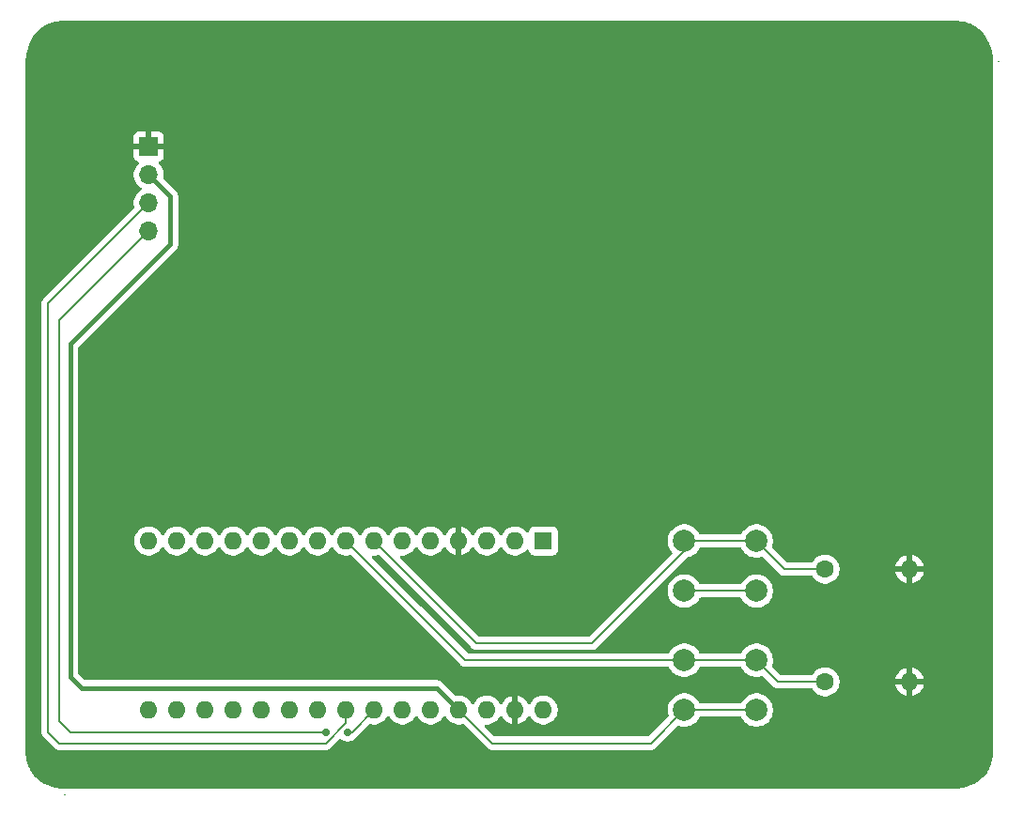
<source format=gbr>
%TF.GenerationSoftware,KiCad,Pcbnew,9.0.0*%
%TF.CreationDate,2025-05-12T01:14:56+07:00*%
%TF.ProjectId,bittheater,62697474-6865-4617-9465-722e6b696361,rev?*%
%TF.SameCoordinates,Original*%
%TF.FileFunction,Copper,L1,Top*%
%TF.FilePolarity,Positive*%
%FSLAX46Y46*%
G04 Gerber Fmt 4.6, Leading zero omitted, Abs format (unit mm)*
G04 Created by KiCad (PCBNEW 9.0.0) date 2025-05-12 01:14:56*
%MOMM*%
%LPD*%
G01*
G04 APERTURE LIST*
%ADD10C,0.200000*%
%TA.AperFunction,ComponentPad*%
%ADD11C,2.000000*%
%TD*%
%TA.AperFunction,ComponentPad*%
%ADD12R,1.600000X1.600000*%
%TD*%
%TA.AperFunction,ComponentPad*%
%ADD13O,1.600000X1.600000*%
%TD*%
%TA.AperFunction,ComponentPad*%
%ADD14C,1.600000*%
%TD*%
%TA.AperFunction,ComponentPad*%
%ADD15R,1.700000X1.700000*%
%TD*%
%TA.AperFunction,ComponentPad*%
%ADD16O,1.700000X1.700000*%
%TD*%
%TA.AperFunction,ViaPad*%
%ADD17C,0.700000*%
%TD*%
%TA.AperFunction,Conductor*%
%ADD18C,0.200000*%
%TD*%
%TA.AperFunction,Conductor*%
%ADD19C,0.400000*%
%TD*%
G04 APERTURE END LIST*
D10*
X175650000Y-68500000D02*
X175650000Y-68500000D01*
X91500000Y-134620000D02*
X91500000Y-134620000D01*
D11*
%TO.P,SELECT,1,1*%
%TO.N,Net-(A1-D4)*%
X147320000Y-111760000D03*
X153820000Y-111760000D03*
%TO.P,SELECT,2,2*%
%TO.N,+5V*%
X147320000Y-116260000D03*
X153820000Y-116260000D03*
%TD*%
D12*
%TO.P,NANO,1,D1/TX*%
%TO.N,unconnected-(A1-D1{slash}TX-Pad1)*%
X134620000Y-111760000D03*
D13*
%TO.P,NANO,2,D0/RX*%
%TO.N,unconnected-(A1-D0{slash}RX-Pad2)*%
X132080000Y-111760000D03*
%TO.P,NANO,3,~{RESET}*%
%TO.N,unconnected-(A1-~{RESET}-Pad3)*%
X129540000Y-111760000D03*
%TO.P,NANO,4,GND*%
%TO.N,GND*%
X127000000Y-111760000D03*
%TO.P,NANO,5,D2*%
%TO.N,unconnected-(A1-D2-Pad5)*%
X124460000Y-111760000D03*
%TO.P,NANO,6,D3*%
%TO.N,unconnected-(A1-D3-Pad6)*%
X121920000Y-111760000D03*
%TO.P,NANO,7,D4*%
%TO.N,Net-(A1-D4)*%
X119380000Y-111760000D03*
%TO.P,NANO,8,D5*%
%TO.N,Net-(A1-D5)*%
X116840000Y-111760000D03*
%TO.P,NANO,9,D6*%
%TO.N,unconnected-(A1-D6-Pad9)*%
X114300000Y-111760000D03*
%TO.P,NANO,10,D7*%
%TO.N,unconnected-(A1-D7-Pad10)*%
X111760000Y-111760000D03*
%TO.P,NANO,11,D8*%
%TO.N,unconnected-(A1-D8-Pad11)*%
X109220000Y-111760000D03*
%TO.P,NANO,12,D9*%
%TO.N,unconnected-(A1-D9-Pad12)*%
X106680000Y-111760000D03*
%TO.P,NANO,13,D10*%
%TO.N,unconnected-(A1-D10-Pad13)*%
X104140000Y-111760000D03*
%TO.P,NANO,14,D11*%
%TO.N,unconnected-(A1-D11-Pad14)*%
X101600000Y-111760000D03*
%TO.P,NANO,15,D12*%
%TO.N,unconnected-(A1-D12-Pad15)*%
X99060000Y-111760000D03*
%TO.P,NANO,16,D13*%
%TO.N,unconnected-(A1-D13-Pad16)*%
X99060000Y-127000000D03*
%TO.P,NANO,17,3V3*%
%TO.N,unconnected-(A1-3V3-Pad17)*%
X101600000Y-127000000D03*
%TO.P,NANO,18,AREF*%
%TO.N,unconnected-(A1-AREF-Pad18)*%
X104140000Y-127000000D03*
%TO.P,NANO,19,A0*%
%TO.N,unconnected-(A1-A0-Pad19)*%
X106680000Y-127000000D03*
%TO.P,NANO,20,A1*%
%TO.N,unconnected-(A1-A1-Pad20)*%
X109220000Y-127000000D03*
%TO.P,NANO,21,A2*%
%TO.N,unconnected-(A1-A2-Pad21)*%
X111760000Y-127000000D03*
%TO.P,NANO,22,A3*%
%TO.N,unconnected-(A1-A3-Pad22)*%
X114300000Y-127000000D03*
%TO.P,NANO,23,A4*%
%TO.N,Net-(A1-A4)*%
X116840000Y-127000000D03*
%TO.P,NANO,24,A5*%
%TO.N,Net-(A1-A5)*%
X119380000Y-127000000D03*
%TO.P,NANO,25,A6*%
%TO.N,unconnected-(A1-A6-Pad25)*%
X121920000Y-127000000D03*
%TO.P,NANO,26,A7*%
%TO.N,unconnected-(A1-A7-Pad26)*%
X124460000Y-127000000D03*
%TO.P,NANO,27,+5V*%
%TO.N,+5V*%
X127000000Y-127000000D03*
%TO.P,NANO,28,~{RESET}*%
%TO.N,unconnected-(A1-~{RESET}-Pad28)*%
X129540000Y-127000000D03*
%TO.P,NANO,29,GND*%
%TO.N,GND*%
X132080000Y-127000000D03*
%TO.P,NANO,30,VIN*%
%TO.N,unconnected-(A1-VIN-Pad30)*%
X134620000Y-127000000D03*
%TD*%
D14*
%TO.P,10K,1*%
%TO.N,Net-(A1-D5)*%
X160020000Y-124460000D03*
D13*
%TO.P,10K,2*%
%TO.N,GND*%
X167640000Y-124460000D03*
%TD*%
D14*
%TO.P,10K,1*%
%TO.N,Net-(A1-D4)*%
X160020000Y-114300000D03*
D13*
%TO.P,10K,2*%
%TO.N,GND*%
X167640000Y-114300000D03*
%TD*%
D15*
%TO.P,I2C Pins,1,GND*%
%TO.N,GND*%
X99060000Y-76200000D03*
D16*
%TO.P,I2C Pins,2,VCC*%
%TO.N,+5V*%
X99060000Y-78740000D03*
%TO.P,I2C Pins,3,SDA*%
%TO.N,Net-(A1-A4)*%
X99060000Y-81280000D03*
%TO.P,I2C Pins,4,SCL*%
%TO.N,Net-(A1-A5)*%
X99060000Y-83820000D03*
%TD*%
D11*
%TO.P,START,1,1*%
%TO.N,Net-(A1-D5)*%
X147320000Y-122500000D03*
X153820000Y-122500000D03*
%TO.P,START,2,2*%
%TO.N,+5V*%
X147320000Y-127000000D03*
X153820000Y-127000000D03*
%TD*%
D17*
%TO.N,Net-(A1-A5)*%
X115000000Y-129000000D03*
X117000000Y-129000000D03*
%TD*%
D18*
%TO.N,Net-(A1-D4)*%
X128620000Y-121000000D02*
X119380000Y-111760000D01*
X147320000Y-111760000D02*
X147320000Y-112680000D01*
X160020000Y-114300000D02*
X156360000Y-114300000D01*
X153820000Y-111760000D02*
X147320000Y-111760000D01*
X139000000Y-121000000D02*
X128620000Y-121000000D01*
X156360000Y-114300000D02*
X153820000Y-111760000D01*
X147320000Y-112680000D02*
X139000000Y-121000000D01*
%TO.N,Net-(A1-A5)*%
X92000000Y-129000000D02*
X91000000Y-128000000D01*
X117380000Y-129000000D02*
X117000000Y-129000000D01*
X115000000Y-129000000D02*
X92000000Y-129000000D01*
X91000000Y-128000000D02*
X91000000Y-91880000D01*
X91000000Y-91880000D02*
X99060000Y-83820000D01*
X119380000Y-127000000D02*
X117380000Y-129000000D01*
%TO.N,+5V*%
X144320000Y-130000000D02*
X147320000Y-127000000D01*
D19*
X93000000Y-125000000D02*
X92000000Y-124000000D01*
D18*
X127000000Y-127000000D02*
X130000000Y-130000000D01*
X147320000Y-127000000D02*
X153820000Y-127000000D01*
D19*
X125000000Y-125000000D02*
X93000000Y-125000000D01*
D18*
X130000000Y-130000000D02*
X144320000Y-130000000D01*
D19*
X101000000Y-80680000D02*
X99060000Y-78740000D01*
D18*
X147320000Y-116260000D02*
X153820000Y-116260000D01*
D19*
X101000000Y-85000000D02*
X101000000Y-80680000D01*
X127000000Y-127000000D02*
X125000000Y-125000000D01*
X92000000Y-94000000D02*
X101000000Y-85000000D01*
X92000000Y-124000000D02*
X92000000Y-94000000D01*
D18*
%TO.N,Net-(A1-D5)*%
X160020000Y-124460000D02*
X155780000Y-124460000D01*
X147320000Y-122500000D02*
X127580000Y-122500000D01*
X155780000Y-124460000D02*
X153820000Y-122500000D01*
X153820000Y-122500000D02*
X147320000Y-122500000D01*
X127580000Y-122500000D02*
X116840000Y-111760000D01*
%TO.N,Net-(A1-A4)*%
X91000000Y-130000000D02*
X90000000Y-129000000D01*
X90000000Y-90340000D02*
X99060000Y-81280000D01*
X90000000Y-129000000D02*
X90000000Y-90340000D01*
X115000000Y-130000000D02*
X91000000Y-130000000D01*
X116840000Y-128160000D02*
X115000000Y-130000000D01*
X116840000Y-127000000D02*
X116840000Y-128160000D01*
%TD*%
%TA.AperFunction,Conductor*%
%TO.N,GND*%
G36*
X171596096Y-64850526D02*
G01*
X171601729Y-64850642D01*
X171815009Y-64855051D01*
X171820240Y-64855271D01*
X172022269Y-64868089D01*
X172027691Y-64868554D01*
X172219833Y-64889314D01*
X172225431Y-64890048D01*
X172407671Y-64918228D01*
X172413435Y-64919261D01*
X172587160Y-64954600D01*
X172593033Y-64955944D01*
X172749790Y-64995850D01*
X172758699Y-64998476D01*
X172954626Y-65064327D01*
X173072015Y-65103781D01*
X173083979Y-65108506D01*
X173148068Y-65137745D01*
X173361902Y-65235302D01*
X173373599Y-65241412D01*
X173627298Y-65391604D01*
X173638394Y-65399006D01*
X173871164Y-65573089D01*
X173881349Y-65581592D01*
X174023494Y-65713805D01*
X174095713Y-65780977D01*
X174104761Y-65790325D01*
X174302193Y-66016970D01*
X174309967Y-66026866D01*
X174490845Y-66282878D01*
X174497305Y-66293035D01*
X174521147Y-66334873D01*
X174660846Y-66580018D01*
X174666036Y-66590188D01*
X174810438Y-66908527D01*
X174814459Y-66918524D01*
X174936988Y-67266091D01*
X174939970Y-67275802D01*
X175037112Y-67645462D01*
X175039196Y-67654861D01*
X175106992Y-68028859D01*
X175108298Y-68037990D01*
X175143444Y-68371746D01*
X175144017Y-68379544D01*
X175149391Y-68507872D01*
X175149500Y-68513060D01*
X175149500Y-130563643D01*
X175149474Y-130566176D01*
X175144940Y-130788120D01*
X175144723Y-130793345D01*
X175131878Y-130998238D01*
X175131420Y-131003649D01*
X175131420Y-131003650D01*
X175110608Y-131198499D01*
X175109885Y-131204070D01*
X175081655Y-131388709D01*
X175080643Y-131394425D01*
X175045245Y-131570371D01*
X175043926Y-131576197D01*
X175002036Y-131742528D01*
X175000390Y-131748441D01*
X174951822Y-131907577D01*
X174949839Y-131913531D01*
X174898353Y-132055978D01*
X174894739Y-132064883D01*
X174764850Y-132352370D01*
X174758801Y-132364060D01*
X174609212Y-132619044D01*
X174601857Y-132630166D01*
X174428903Y-132863367D01*
X174420417Y-132873611D01*
X174222860Y-133087613D01*
X174213497Y-133096739D01*
X173989496Y-133293141D01*
X173979548Y-133301001D01*
X173727136Y-133480268D01*
X173716891Y-133486813D01*
X173434543Y-133648277D01*
X173424257Y-133653539D01*
X173111758Y-133795444D01*
X173101621Y-133799519D01*
X172761373Y-133919158D01*
X172751502Y-133922173D01*
X172391026Y-134016088D01*
X172381451Y-134018183D01*
X172019828Y-134082420D01*
X172010509Y-134083713D01*
X171695702Y-134115270D01*
X171688037Y-134115799D01*
X171601869Y-134119069D01*
X171592860Y-134119411D01*
X171588162Y-134119500D01*
X91511838Y-134119500D01*
X91507139Y-134119411D01*
X91497752Y-134119054D01*
X91411962Y-134115799D01*
X91404297Y-134115270D01*
X91089490Y-134083713D01*
X91080170Y-134082420D01*
X90718542Y-134018181D01*
X90708968Y-134016087D01*
X90348496Y-133922174D01*
X90338626Y-133919158D01*
X89998365Y-133799515D01*
X89988227Y-133795440D01*
X89675738Y-133653539D01*
X89665452Y-133648277D01*
X89383114Y-133486819D01*
X89372874Y-133480277D01*
X89120450Y-133301001D01*
X89110502Y-133293141D01*
X88886497Y-133096736D01*
X88877134Y-133087609D01*
X88681420Y-132875602D01*
X88679568Y-132873595D01*
X88671107Y-132863383D01*
X88498140Y-132630165D01*
X88490792Y-132619055D01*
X88341194Y-132364053D01*
X88335146Y-132352363D01*
X88205259Y-132064883D01*
X88201645Y-132055978D01*
X88150159Y-131913531D01*
X88148176Y-131907577D01*
X88099608Y-131748441D01*
X88097969Y-131742555D01*
X88056075Y-131576212D01*
X88054756Y-131570386D01*
X88040808Y-131501059D01*
X88019348Y-131394394D01*
X88018345Y-131388726D01*
X87990107Y-131204029D01*
X87989394Y-131198536D01*
X87968577Y-131003639D01*
X87968120Y-130998238D01*
X87955274Y-130793321D01*
X87955059Y-130788144D01*
X87950526Y-130566176D01*
X87950500Y-130563644D01*
X87950500Y-129079054D01*
X89399498Y-129079054D01*
X89440423Y-129231785D01*
X89469358Y-129281900D01*
X89469359Y-129281904D01*
X89469360Y-129281904D01*
X89516284Y-129363181D01*
X89519479Y-129368714D01*
X89519481Y-129368717D01*
X89638349Y-129487585D01*
X89638354Y-129487589D01*
X90631284Y-130480520D01*
X90631286Y-130480521D01*
X90631290Y-130480524D01*
X90768209Y-130559573D01*
X90768216Y-130559577D01*
X90920943Y-130600501D01*
X90920945Y-130600501D01*
X91086654Y-130600501D01*
X91086670Y-130600500D01*
X114913331Y-130600500D01*
X114913347Y-130600501D01*
X114920943Y-130600501D01*
X115079054Y-130600501D01*
X115079057Y-130600501D01*
X115231785Y-130559577D01*
X115242664Y-130553295D01*
X115283260Y-130529858D01*
X115283261Y-130529857D01*
X115368716Y-130480520D01*
X115480520Y-130368716D01*
X115480520Y-130368714D01*
X115490724Y-130358511D01*
X115490728Y-130358506D01*
X116235543Y-129613690D01*
X116296864Y-129580207D01*
X116366556Y-129585191D01*
X116410903Y-129613692D01*
X116457837Y-129660626D01*
X116550494Y-129722537D01*
X116597137Y-129753703D01*
X116751918Y-129817816D01*
X116916228Y-129850499D01*
X116916232Y-129850500D01*
X116916233Y-129850500D01*
X117083768Y-129850500D01*
X117083769Y-129850499D01*
X117248082Y-129817816D01*
X117402863Y-129753703D01*
X117542162Y-129660626D01*
X117660626Y-129542162D01*
X117660633Y-129542151D01*
X117663122Y-129539119D01*
X117696983Y-129510387D01*
X117748716Y-129480520D01*
X117860520Y-129368716D01*
X117860520Y-129368714D01*
X117870724Y-129358511D01*
X117870728Y-129358506D01*
X118935158Y-128294075D01*
X118996479Y-128260592D01*
X119061151Y-128263825D01*
X119075466Y-128268477D01*
X119277648Y-128300500D01*
X119277649Y-128300500D01*
X119482351Y-128300500D01*
X119482352Y-128300500D01*
X119684534Y-128268477D01*
X119879219Y-128205220D01*
X120061610Y-128112287D01*
X120154590Y-128044732D01*
X120227213Y-127991971D01*
X120227215Y-127991968D01*
X120227219Y-127991966D01*
X120371966Y-127847219D01*
X120371968Y-127847215D01*
X120371971Y-127847213D01*
X120492284Y-127681614D01*
X120492286Y-127681611D01*
X120492287Y-127681610D01*
X120539516Y-127588917D01*
X120587489Y-127538123D01*
X120655310Y-127521328D01*
X120721445Y-127543865D01*
X120760483Y-127588917D01*
X120800883Y-127668205D01*
X120807715Y-127681614D01*
X120928028Y-127847213D01*
X121072786Y-127991971D01*
X121227749Y-128104556D01*
X121238390Y-128112287D01*
X121354607Y-128171503D01*
X121420776Y-128205218D01*
X121420778Y-128205218D01*
X121420781Y-128205220D01*
X121444695Y-128212990D01*
X121615465Y-128268477D01*
X121709318Y-128283342D01*
X121817648Y-128300500D01*
X121817649Y-128300500D01*
X122022351Y-128300500D01*
X122022352Y-128300500D01*
X122224534Y-128268477D01*
X122419219Y-128205220D01*
X122601610Y-128112287D01*
X122694590Y-128044732D01*
X122767213Y-127991971D01*
X122767215Y-127991968D01*
X122767219Y-127991966D01*
X122911966Y-127847219D01*
X122911968Y-127847215D01*
X122911971Y-127847213D01*
X123032284Y-127681614D01*
X123032286Y-127681611D01*
X123032287Y-127681610D01*
X123079516Y-127588917D01*
X123127489Y-127538123D01*
X123195310Y-127521328D01*
X123261445Y-127543865D01*
X123300483Y-127588917D01*
X123340883Y-127668205D01*
X123347715Y-127681614D01*
X123468028Y-127847213D01*
X123612786Y-127991971D01*
X123767749Y-128104556D01*
X123778390Y-128112287D01*
X123894607Y-128171503D01*
X123960776Y-128205218D01*
X123960778Y-128205218D01*
X123960781Y-128205220D01*
X123984695Y-128212990D01*
X124155465Y-128268477D01*
X124249318Y-128283342D01*
X124357648Y-128300500D01*
X124357649Y-128300500D01*
X124562351Y-128300500D01*
X124562352Y-128300500D01*
X124764534Y-128268477D01*
X124959219Y-128205220D01*
X125141610Y-128112287D01*
X125234590Y-128044732D01*
X125307213Y-127991971D01*
X125307215Y-127991968D01*
X125307219Y-127991966D01*
X125451966Y-127847219D01*
X125451968Y-127847215D01*
X125451971Y-127847213D01*
X125572284Y-127681614D01*
X125572286Y-127681611D01*
X125572287Y-127681610D01*
X125619516Y-127588917D01*
X125667489Y-127538123D01*
X125735310Y-127521328D01*
X125801445Y-127543865D01*
X125840483Y-127588917D01*
X125880883Y-127668205D01*
X125887715Y-127681614D01*
X126008028Y-127847213D01*
X126152786Y-127991971D01*
X126307749Y-128104556D01*
X126318390Y-128112287D01*
X126434607Y-128171503D01*
X126500776Y-128205218D01*
X126500778Y-128205218D01*
X126500781Y-128205220D01*
X126524695Y-128212990D01*
X126695465Y-128268477D01*
X126789318Y-128283342D01*
X126897648Y-128300500D01*
X126897649Y-128300500D01*
X127102351Y-128300500D01*
X127102352Y-128300500D01*
X127304534Y-128268477D01*
X127318842Y-128263827D01*
X127388682Y-128261831D01*
X127444841Y-128294076D01*
X129631284Y-130480520D01*
X129631286Y-130480521D01*
X129631290Y-130480524D01*
X129768209Y-130559573D01*
X129768216Y-130559577D01*
X129920943Y-130600501D01*
X129920945Y-130600501D01*
X130086654Y-130600501D01*
X130086670Y-130600500D01*
X144233331Y-130600500D01*
X144233347Y-130600501D01*
X144240943Y-130600501D01*
X144399054Y-130600501D01*
X144399057Y-130600501D01*
X144551785Y-130559577D01*
X144562664Y-130553295D01*
X144603260Y-130529858D01*
X144603261Y-130529857D01*
X144688716Y-130480520D01*
X144800520Y-130368716D01*
X144800520Y-130368714D01*
X144810724Y-130358511D01*
X144810728Y-130358506D01*
X146716437Y-128452796D01*
X146777758Y-128419313D01*
X146842433Y-128422547D01*
X146968632Y-128463553D01*
X147054803Y-128477201D01*
X147201903Y-128500500D01*
X147201908Y-128500500D01*
X147438097Y-128500500D01*
X147671368Y-128463553D01*
X147713892Y-128449736D01*
X147895992Y-128390568D01*
X148106433Y-128283343D01*
X148297510Y-128144517D01*
X148464517Y-127977510D01*
X148603343Y-127786433D01*
X148663583Y-127668204D01*
X148711558Y-127617409D01*
X148774068Y-127600500D01*
X152365932Y-127600500D01*
X152432971Y-127620185D01*
X152476416Y-127668203D01*
X152536657Y-127786433D01*
X152675483Y-127977510D01*
X152842490Y-128144517D01*
X153033567Y-128283343D01*
X153054634Y-128294077D01*
X153244003Y-128390566D01*
X153244005Y-128390566D01*
X153244008Y-128390568D01*
X153318608Y-128414807D01*
X153468631Y-128463553D01*
X153701903Y-128500500D01*
X153701908Y-128500500D01*
X153938097Y-128500500D01*
X154171368Y-128463553D01*
X154213892Y-128449736D01*
X154395992Y-128390568D01*
X154606433Y-128283343D01*
X154797510Y-128144517D01*
X154964517Y-127977510D01*
X155103343Y-127786433D01*
X155210568Y-127575992D01*
X155283553Y-127351368D01*
X155308637Y-127192993D01*
X155320500Y-127118097D01*
X155320500Y-126881902D01*
X155283553Y-126648631D01*
X155235513Y-126500781D01*
X155210568Y-126424008D01*
X155210566Y-126424005D01*
X155210566Y-126424003D01*
X155103342Y-126213566D01*
X154964517Y-126022490D01*
X154797510Y-125855483D01*
X154606433Y-125716657D01*
X154574723Y-125700500D01*
X154395996Y-125609433D01*
X154171368Y-125536446D01*
X153938097Y-125499500D01*
X153938092Y-125499500D01*
X153701908Y-125499500D01*
X153701903Y-125499500D01*
X153468631Y-125536446D01*
X153244003Y-125609433D01*
X153033566Y-125716657D01*
X152959841Y-125770222D01*
X152842490Y-125855483D01*
X152842488Y-125855485D01*
X152842487Y-125855485D01*
X152675485Y-126022487D01*
X152675485Y-126022488D01*
X152675483Y-126022490D01*
X152615862Y-126104550D01*
X152536657Y-126213566D01*
X152504060Y-126277540D01*
X152483114Y-126318652D01*
X152476417Y-126331795D01*
X152428442Y-126382591D01*
X152365932Y-126399500D01*
X148774068Y-126399500D01*
X148707029Y-126379815D01*
X148663583Y-126331795D01*
X148603343Y-126213567D01*
X148464517Y-126022490D01*
X148297510Y-125855483D01*
X148106433Y-125716657D01*
X148074723Y-125700500D01*
X147895996Y-125609433D01*
X147671368Y-125536446D01*
X147438097Y-125499500D01*
X147438092Y-125499500D01*
X147201908Y-125499500D01*
X147201903Y-125499500D01*
X146968631Y-125536446D01*
X146744003Y-125609433D01*
X146533566Y-125716657D01*
X146459841Y-125770222D01*
X146342490Y-125855483D01*
X146342488Y-125855485D01*
X146342487Y-125855485D01*
X146175485Y-126022487D01*
X146175485Y-126022488D01*
X146175483Y-126022490D01*
X146115862Y-126104550D01*
X146036657Y-126213566D01*
X145929433Y-126424003D01*
X145856446Y-126648631D01*
X145819500Y-126881902D01*
X145819500Y-127118097D01*
X145856447Y-127351369D01*
X145856447Y-127351372D01*
X145897450Y-127477564D01*
X145899445Y-127547405D01*
X145867200Y-127603563D01*
X144107584Y-129363181D01*
X144046261Y-129396666D01*
X144019903Y-129399500D01*
X130300098Y-129399500D01*
X130233059Y-129379815D01*
X130212417Y-129363181D01*
X129361417Y-128512181D01*
X129327932Y-128450858D01*
X129332916Y-128381166D01*
X129374788Y-128325233D01*
X129440252Y-128300816D01*
X129449098Y-128300500D01*
X129642351Y-128300500D01*
X129642352Y-128300500D01*
X129844534Y-128268477D01*
X130039219Y-128205220D01*
X130221610Y-128112287D01*
X130314590Y-128044732D01*
X130387213Y-127991971D01*
X130387215Y-127991968D01*
X130387219Y-127991966D01*
X130531966Y-127847219D01*
X130531968Y-127847215D01*
X130531971Y-127847213D01*
X130652284Y-127681614D01*
X130652286Y-127681611D01*
X130652287Y-127681610D01*
X130699795Y-127588369D01*
X130747770Y-127537574D01*
X130815591Y-127520779D01*
X130881725Y-127543316D01*
X130920765Y-127588370D01*
X130968140Y-127681349D01*
X131088417Y-127846894D01*
X131088417Y-127846895D01*
X131233104Y-127991582D01*
X131398650Y-128111859D01*
X131580968Y-128204754D01*
X131775578Y-128267988D01*
X131830000Y-128276607D01*
X131830000Y-127433012D01*
X131887007Y-127465925D01*
X132014174Y-127500000D01*
X132145826Y-127500000D01*
X132272993Y-127465925D01*
X132330000Y-127433012D01*
X132330000Y-128276606D01*
X132384421Y-128267988D01*
X132579031Y-128204754D01*
X132761349Y-128111859D01*
X132926894Y-127991582D01*
X132926895Y-127991582D01*
X133071582Y-127846895D01*
X133071582Y-127846894D01*
X133191861Y-127681347D01*
X133239234Y-127588371D01*
X133287208Y-127537575D01*
X133355028Y-127520779D01*
X133421164Y-127543316D01*
X133460203Y-127588369D01*
X133507713Y-127681611D01*
X133628028Y-127847213D01*
X133772786Y-127991971D01*
X133927749Y-128104556D01*
X133938390Y-128112287D01*
X134054607Y-128171503D01*
X134120776Y-128205218D01*
X134120778Y-128205218D01*
X134120781Y-128205220D01*
X134144695Y-128212990D01*
X134315465Y-128268477D01*
X134409318Y-128283342D01*
X134517648Y-128300500D01*
X134517649Y-128300500D01*
X134722351Y-128300500D01*
X134722352Y-128300500D01*
X134924534Y-128268477D01*
X135119219Y-128205220D01*
X135301610Y-128112287D01*
X135394590Y-128044732D01*
X135467213Y-127991971D01*
X135467215Y-127991968D01*
X135467219Y-127991966D01*
X135611966Y-127847219D01*
X135611968Y-127847215D01*
X135611971Y-127847213D01*
X135718997Y-127699902D01*
X135732287Y-127681610D01*
X135825220Y-127499219D01*
X135888477Y-127304534D01*
X135920500Y-127102352D01*
X135920500Y-126897648D01*
X135888477Y-126695466D01*
X135887673Y-126692993D01*
X135825218Y-126500776D01*
X135779515Y-126411080D01*
X135732287Y-126318390D01*
X135724556Y-126307749D01*
X135611971Y-126152786D01*
X135467213Y-126008028D01*
X135301613Y-125887715D01*
X135301612Y-125887714D01*
X135301610Y-125887713D01*
X135212182Y-125842147D01*
X135119223Y-125794781D01*
X134924534Y-125731522D01*
X134749015Y-125703723D01*
X134722352Y-125699500D01*
X134517648Y-125699500D01*
X134493329Y-125703351D01*
X134315465Y-125731522D01*
X134120776Y-125794781D01*
X133938386Y-125887715D01*
X133772786Y-126008028D01*
X133628028Y-126152786D01*
X133507713Y-126318388D01*
X133460203Y-126411630D01*
X133412228Y-126462426D01*
X133344407Y-126479220D01*
X133278272Y-126456682D01*
X133239234Y-126411628D01*
X133191861Y-126318652D01*
X133071582Y-126153105D01*
X133071582Y-126153104D01*
X132926895Y-126008417D01*
X132761349Y-125888140D01*
X132579029Y-125795244D01*
X132384413Y-125732009D01*
X132330000Y-125723390D01*
X132330000Y-126566988D01*
X132272993Y-126534075D01*
X132145826Y-126500000D01*
X132014174Y-126500000D01*
X131887007Y-126534075D01*
X131830000Y-126566988D01*
X131830000Y-125723390D01*
X131775586Y-125732009D01*
X131580970Y-125795244D01*
X131398650Y-125888140D01*
X131233105Y-126008417D01*
X131233104Y-126008417D01*
X131088417Y-126153104D01*
X131088417Y-126153105D01*
X130968140Y-126318650D01*
X130920765Y-126411629D01*
X130872790Y-126462425D01*
X130804969Y-126479220D01*
X130738834Y-126456682D01*
X130699795Y-126411629D01*
X130683585Y-126379815D01*
X130652287Y-126318390D01*
X130644556Y-126307749D01*
X130531971Y-126152786D01*
X130387213Y-126008028D01*
X130221613Y-125887715D01*
X130221612Y-125887714D01*
X130221610Y-125887713D01*
X130132182Y-125842147D01*
X130039223Y-125794781D01*
X129844534Y-125731522D01*
X129669015Y-125703723D01*
X129642352Y-125699500D01*
X129437648Y-125699500D01*
X129413329Y-125703351D01*
X129235465Y-125731522D01*
X129040776Y-125794781D01*
X128858386Y-125887715D01*
X128692786Y-126008028D01*
X128548028Y-126152786D01*
X128427715Y-126318386D01*
X128380485Y-126411080D01*
X128332510Y-126461876D01*
X128264689Y-126478671D01*
X128198554Y-126456134D01*
X128159515Y-126411080D01*
X128144999Y-126382591D01*
X128112287Y-126318390D01*
X128104556Y-126307749D01*
X127991971Y-126152786D01*
X127847213Y-126008028D01*
X127681613Y-125887715D01*
X127681612Y-125887714D01*
X127681610Y-125887713D01*
X127592182Y-125842147D01*
X127499223Y-125794781D01*
X127304534Y-125731522D01*
X127129015Y-125703723D01*
X127102352Y-125699500D01*
X126897648Y-125699500D01*
X126780929Y-125717986D01*
X126711636Y-125709031D01*
X126673851Y-125683194D01*
X125446546Y-124455888D01*
X125446545Y-124455887D01*
X125331807Y-124379222D01*
X125204332Y-124326421D01*
X125204322Y-124326418D01*
X125068996Y-124299500D01*
X125068994Y-124299500D01*
X125068993Y-124299500D01*
X93341519Y-124299500D01*
X93274480Y-124279815D01*
X93253838Y-124263181D01*
X92736819Y-123746162D01*
X92703334Y-123684839D01*
X92700500Y-123658481D01*
X92700500Y-111657648D01*
X97759500Y-111657648D01*
X97759500Y-111862351D01*
X97791522Y-112064534D01*
X97854781Y-112259223D01*
X97947715Y-112441613D01*
X98068028Y-112607213D01*
X98212786Y-112751971D01*
X98356518Y-112856396D01*
X98378390Y-112872287D01*
X98467212Y-112917544D01*
X98560776Y-112965218D01*
X98560778Y-112965218D01*
X98560781Y-112965220D01*
X98665137Y-112999127D01*
X98755465Y-113028477D01*
X98849318Y-113043342D01*
X98957648Y-113060500D01*
X98957649Y-113060500D01*
X99162351Y-113060500D01*
X99162352Y-113060500D01*
X99364534Y-113028477D01*
X99559219Y-112965220D01*
X99741610Y-112872287D01*
X99884166Y-112768715D01*
X99907213Y-112751971D01*
X99907215Y-112751968D01*
X99907219Y-112751966D01*
X100051966Y-112607219D01*
X100051968Y-112607215D01*
X100051971Y-112607213D01*
X100172284Y-112441614D01*
X100172286Y-112441611D01*
X100172287Y-112441610D01*
X100219516Y-112348917D01*
X100267489Y-112298123D01*
X100335310Y-112281328D01*
X100401445Y-112303865D01*
X100440483Y-112348917D01*
X100480883Y-112428205D01*
X100487715Y-112441614D01*
X100608028Y-112607213D01*
X100752786Y-112751971D01*
X100896518Y-112856396D01*
X100918390Y-112872287D01*
X101007212Y-112917544D01*
X101100776Y-112965218D01*
X101100778Y-112965218D01*
X101100781Y-112965220D01*
X101205137Y-112999127D01*
X101295465Y-113028477D01*
X101389318Y-113043342D01*
X101497648Y-113060500D01*
X101497649Y-113060500D01*
X101702351Y-113060500D01*
X101702352Y-113060500D01*
X101904534Y-113028477D01*
X102099219Y-112965220D01*
X102281610Y-112872287D01*
X102424166Y-112768715D01*
X102447213Y-112751971D01*
X102447215Y-112751968D01*
X102447219Y-112751966D01*
X102591966Y-112607219D01*
X102591968Y-112607215D01*
X102591971Y-112607213D01*
X102712284Y-112441614D01*
X102712286Y-112441611D01*
X102712287Y-112441610D01*
X102759516Y-112348917D01*
X102807489Y-112298123D01*
X102875310Y-112281328D01*
X102941445Y-112303865D01*
X102980483Y-112348917D01*
X103020883Y-112428205D01*
X103027715Y-112441614D01*
X103148028Y-112607213D01*
X103292786Y-112751971D01*
X103436518Y-112856396D01*
X103458390Y-112872287D01*
X103547212Y-112917544D01*
X103640776Y-112965218D01*
X103640778Y-112965218D01*
X103640781Y-112965220D01*
X103745137Y-112999127D01*
X103835465Y-113028477D01*
X103929318Y-113043342D01*
X104037648Y-113060500D01*
X104037649Y-113060500D01*
X104242351Y-113060500D01*
X104242352Y-113060500D01*
X104444534Y-113028477D01*
X104639219Y-112965220D01*
X104821610Y-112872287D01*
X104964166Y-112768715D01*
X104987213Y-112751971D01*
X104987215Y-112751968D01*
X104987219Y-112751966D01*
X105131966Y-112607219D01*
X105131968Y-112607215D01*
X105131971Y-112607213D01*
X105252284Y-112441614D01*
X105252286Y-112441611D01*
X105252287Y-112441610D01*
X105299516Y-112348917D01*
X105347489Y-112298123D01*
X105415310Y-112281328D01*
X105481445Y-112303865D01*
X105520483Y-112348917D01*
X105560883Y-112428205D01*
X105567715Y-112441614D01*
X105688028Y-112607213D01*
X105832786Y-112751971D01*
X105976518Y-112856396D01*
X105998390Y-112872287D01*
X106087212Y-112917544D01*
X106180776Y-112965218D01*
X106180778Y-112965218D01*
X106180781Y-112965220D01*
X106285137Y-112999127D01*
X106375465Y-113028477D01*
X106469318Y-113043342D01*
X106577648Y-113060500D01*
X106577649Y-113060500D01*
X106782351Y-113060500D01*
X106782352Y-113060500D01*
X106984534Y-113028477D01*
X107179219Y-112965220D01*
X107361610Y-112872287D01*
X107504166Y-112768715D01*
X107527213Y-112751971D01*
X107527215Y-112751968D01*
X107527219Y-112751966D01*
X107671966Y-112607219D01*
X107671968Y-112607215D01*
X107671971Y-112607213D01*
X107792284Y-112441614D01*
X107792286Y-112441611D01*
X107792287Y-112441610D01*
X107839516Y-112348917D01*
X107887489Y-112298123D01*
X107955310Y-112281328D01*
X108021445Y-112303865D01*
X108060483Y-112348917D01*
X108100883Y-112428205D01*
X108107715Y-112441614D01*
X108228028Y-112607213D01*
X108372786Y-112751971D01*
X108516518Y-112856396D01*
X108538390Y-112872287D01*
X108627212Y-112917544D01*
X108720776Y-112965218D01*
X108720778Y-112965218D01*
X108720781Y-112965220D01*
X108825137Y-112999127D01*
X108915465Y-113028477D01*
X109009318Y-113043342D01*
X109117648Y-113060500D01*
X109117649Y-113060500D01*
X109322351Y-113060500D01*
X109322352Y-113060500D01*
X109524534Y-113028477D01*
X109719219Y-112965220D01*
X109901610Y-112872287D01*
X110044166Y-112768715D01*
X110067213Y-112751971D01*
X110067215Y-112751968D01*
X110067219Y-112751966D01*
X110211966Y-112607219D01*
X110211968Y-112607215D01*
X110211971Y-112607213D01*
X110332284Y-112441614D01*
X110332286Y-112441611D01*
X110332287Y-112441610D01*
X110379516Y-112348917D01*
X110427489Y-112298123D01*
X110495310Y-112281328D01*
X110561445Y-112303865D01*
X110600483Y-112348917D01*
X110640883Y-112428205D01*
X110647715Y-112441614D01*
X110768028Y-112607213D01*
X110912786Y-112751971D01*
X111056518Y-112856396D01*
X111078390Y-112872287D01*
X111167212Y-112917544D01*
X111260776Y-112965218D01*
X111260778Y-112965218D01*
X111260781Y-112965220D01*
X111365137Y-112999127D01*
X111455465Y-113028477D01*
X111549318Y-113043342D01*
X111657648Y-113060500D01*
X111657649Y-113060500D01*
X111862351Y-113060500D01*
X111862352Y-113060500D01*
X112064534Y-113028477D01*
X112259219Y-112965220D01*
X112441610Y-112872287D01*
X112584166Y-112768715D01*
X112607213Y-112751971D01*
X112607215Y-112751968D01*
X112607219Y-112751966D01*
X112751966Y-112607219D01*
X112751968Y-112607215D01*
X112751971Y-112607213D01*
X112872284Y-112441614D01*
X112872286Y-112441611D01*
X112872287Y-112441610D01*
X112919516Y-112348917D01*
X112967489Y-112298123D01*
X113035310Y-112281328D01*
X113101445Y-112303865D01*
X113140483Y-112348917D01*
X113180883Y-112428205D01*
X113187715Y-112441614D01*
X113308028Y-112607213D01*
X113452786Y-112751971D01*
X113596518Y-112856396D01*
X113618390Y-112872287D01*
X113707212Y-112917544D01*
X113800776Y-112965218D01*
X113800778Y-112965218D01*
X113800781Y-112965220D01*
X113905137Y-112999127D01*
X113995465Y-113028477D01*
X114089318Y-113043342D01*
X114197648Y-113060500D01*
X114197649Y-113060500D01*
X114402351Y-113060500D01*
X114402352Y-113060500D01*
X114604534Y-113028477D01*
X114799219Y-112965220D01*
X114981610Y-112872287D01*
X115124166Y-112768715D01*
X115147213Y-112751971D01*
X115147215Y-112751968D01*
X115147219Y-112751966D01*
X115291966Y-112607219D01*
X115291968Y-112607215D01*
X115291971Y-112607213D01*
X115412284Y-112441614D01*
X115412286Y-112441611D01*
X115412287Y-112441610D01*
X115459516Y-112348917D01*
X115507489Y-112298123D01*
X115575310Y-112281328D01*
X115641445Y-112303865D01*
X115680483Y-112348917D01*
X115720883Y-112428205D01*
X115727715Y-112441614D01*
X115848028Y-112607213D01*
X115992786Y-112751971D01*
X116136518Y-112856396D01*
X116158390Y-112872287D01*
X116247212Y-112917544D01*
X116340776Y-112965218D01*
X116340778Y-112965218D01*
X116340781Y-112965220D01*
X116445137Y-112999127D01*
X116535465Y-113028477D01*
X116629318Y-113043342D01*
X116737648Y-113060500D01*
X116737649Y-113060500D01*
X116942351Y-113060500D01*
X116942352Y-113060500D01*
X117144534Y-113028477D01*
X117158842Y-113023827D01*
X117228682Y-113021831D01*
X117284841Y-113054076D01*
X127211284Y-122980520D01*
X127211286Y-122980521D01*
X127211290Y-122980524D01*
X127318187Y-123042240D01*
X127348216Y-123059577D01*
X127500943Y-123100501D01*
X127500945Y-123100501D01*
X127666654Y-123100501D01*
X127666670Y-123100500D01*
X145865932Y-123100500D01*
X145932971Y-123120185D01*
X145976416Y-123168203D01*
X146036657Y-123286433D01*
X146175483Y-123477510D01*
X146342490Y-123644517D01*
X146533567Y-123783343D01*
X146611754Y-123823181D01*
X146744003Y-123890566D01*
X146744005Y-123890566D01*
X146744008Y-123890568D01*
X146836292Y-123920553D01*
X146968631Y-123963553D01*
X147201903Y-124000500D01*
X147201908Y-124000500D01*
X147438097Y-124000500D01*
X147671368Y-123963553D01*
X147704468Y-123952798D01*
X147895992Y-123890568D01*
X148106433Y-123783343D01*
X148297510Y-123644517D01*
X148464517Y-123477510D01*
X148603343Y-123286433D01*
X148663583Y-123168204D01*
X148711558Y-123117409D01*
X148774068Y-123100500D01*
X152365932Y-123100500D01*
X152432971Y-123120185D01*
X152476416Y-123168203D01*
X152536657Y-123286433D01*
X152675483Y-123477510D01*
X152842490Y-123644517D01*
X153033567Y-123783343D01*
X153111754Y-123823181D01*
X153244003Y-123890566D01*
X153244005Y-123890566D01*
X153244008Y-123890568D01*
X153336292Y-123920553D01*
X153468631Y-123963553D01*
X153701903Y-124000500D01*
X153701908Y-124000500D01*
X153938097Y-124000500D01*
X154044126Y-123983705D01*
X154171368Y-123963553D01*
X154297566Y-123922547D01*
X154367404Y-123920553D01*
X154423562Y-123952797D01*
X155411284Y-124940520D01*
X155411286Y-124940521D01*
X155411290Y-124940524D01*
X155548209Y-125019573D01*
X155548216Y-125019577D01*
X155700943Y-125060501D01*
X155700945Y-125060501D01*
X155866654Y-125060501D01*
X155866670Y-125060500D01*
X158790398Y-125060500D01*
X158857437Y-125080185D01*
X158900883Y-125128205D01*
X158907715Y-125141614D01*
X159028028Y-125307213D01*
X159172786Y-125451971D01*
X159299610Y-125544112D01*
X159338390Y-125572287D01*
X159433553Y-125620775D01*
X159520776Y-125665218D01*
X159520778Y-125665218D01*
X159520781Y-125665220D01*
X159625137Y-125699127D01*
X159715465Y-125728477D01*
X159776096Y-125738080D01*
X159917648Y-125760500D01*
X159917649Y-125760500D01*
X160122351Y-125760500D01*
X160122352Y-125760500D01*
X160324534Y-125728477D01*
X160519219Y-125665220D01*
X160701610Y-125572287D01*
X160801794Y-125499500D01*
X160867213Y-125451971D01*
X160867215Y-125451968D01*
X160867219Y-125451966D01*
X161011966Y-125307219D01*
X161011968Y-125307215D01*
X161011971Y-125307213D01*
X161064732Y-125234590D01*
X161132287Y-125141610D01*
X161225220Y-124959219D01*
X161288477Y-124764534D01*
X161320500Y-124562352D01*
X161320500Y-124357648D01*
X161297114Y-124210000D01*
X166363391Y-124210000D01*
X167324314Y-124210000D01*
X167319920Y-124214394D01*
X167267259Y-124305606D01*
X167240000Y-124407339D01*
X167240000Y-124512661D01*
X167267259Y-124614394D01*
X167319920Y-124705606D01*
X167324314Y-124710000D01*
X166363391Y-124710000D01*
X166372009Y-124764413D01*
X166435244Y-124959029D01*
X166528140Y-125141349D01*
X166648417Y-125306894D01*
X166648417Y-125306895D01*
X166793104Y-125451582D01*
X166958650Y-125571859D01*
X167140968Y-125664754D01*
X167335578Y-125727988D01*
X167390000Y-125736607D01*
X167390000Y-124775686D01*
X167394394Y-124780080D01*
X167485606Y-124832741D01*
X167587339Y-124860000D01*
X167692661Y-124860000D01*
X167794394Y-124832741D01*
X167885606Y-124780080D01*
X167890000Y-124775686D01*
X167890000Y-125736606D01*
X167944421Y-125727988D01*
X168139031Y-125664754D01*
X168321349Y-125571859D01*
X168486894Y-125451582D01*
X168486895Y-125451582D01*
X168631582Y-125306895D01*
X168631582Y-125306894D01*
X168751859Y-125141349D01*
X168844755Y-124959029D01*
X168907990Y-124764413D01*
X168916609Y-124710000D01*
X167955686Y-124710000D01*
X167960080Y-124705606D01*
X168012741Y-124614394D01*
X168040000Y-124512661D01*
X168040000Y-124407339D01*
X168012741Y-124305606D01*
X167960080Y-124214394D01*
X167955686Y-124210000D01*
X168916609Y-124210000D01*
X168907990Y-124155586D01*
X168844755Y-123960970D01*
X168751859Y-123778650D01*
X168631582Y-123613105D01*
X168631582Y-123613104D01*
X168486895Y-123468417D01*
X168321349Y-123348140D01*
X168139029Y-123255244D01*
X167944413Y-123192009D01*
X167890000Y-123183390D01*
X167890000Y-124144314D01*
X167885606Y-124139920D01*
X167794394Y-124087259D01*
X167692661Y-124060000D01*
X167587339Y-124060000D01*
X167485606Y-124087259D01*
X167394394Y-124139920D01*
X167390000Y-124144314D01*
X167390000Y-123183390D01*
X167335586Y-123192009D01*
X167140970Y-123255244D01*
X166958650Y-123348140D01*
X166793105Y-123468417D01*
X166793104Y-123468417D01*
X166648417Y-123613104D01*
X166648417Y-123613105D01*
X166528140Y-123778650D01*
X166435244Y-123960970D01*
X166372009Y-124155586D01*
X166363391Y-124210000D01*
X161297114Y-124210000D01*
X161288477Y-124155466D01*
X161225220Y-123960781D01*
X161225218Y-123960778D01*
X161225218Y-123960776D01*
X161189444Y-123890566D01*
X161132287Y-123778390D01*
X161108872Y-123746162D01*
X161011971Y-123612786D01*
X160867213Y-123468028D01*
X160701613Y-123347715D01*
X160701612Y-123347714D01*
X160701610Y-123347713D01*
X160644653Y-123318691D01*
X160519223Y-123254781D01*
X160324534Y-123191522D01*
X160149995Y-123163878D01*
X160122352Y-123159500D01*
X159917648Y-123159500D01*
X159893329Y-123163351D01*
X159715465Y-123191522D01*
X159520776Y-123254781D01*
X159338386Y-123347715D01*
X159172786Y-123468028D01*
X159028028Y-123612786D01*
X158907715Y-123778385D01*
X158900883Y-123791795D01*
X158852909Y-123842591D01*
X158790398Y-123859500D01*
X156080098Y-123859500D01*
X156013059Y-123839815D01*
X155992417Y-123823181D01*
X155272798Y-123103563D01*
X155239313Y-123042240D01*
X155242547Y-122977566D01*
X155283553Y-122851368D01*
X155303705Y-122724126D01*
X155320500Y-122618097D01*
X155320500Y-122381902D01*
X155283553Y-122148631D01*
X155210566Y-121924003D01*
X155103342Y-121713566D01*
X155021195Y-121600501D01*
X154964517Y-121522490D01*
X154797510Y-121355483D01*
X154606433Y-121216657D01*
X154395996Y-121109433D01*
X154171368Y-121036446D01*
X153938097Y-120999500D01*
X153938092Y-120999500D01*
X153701908Y-120999500D01*
X153701903Y-120999500D01*
X153468631Y-121036446D01*
X153244003Y-121109433D01*
X153033566Y-121216657D01*
X152924550Y-121295862D01*
X152842490Y-121355483D01*
X152842488Y-121355485D01*
X152842487Y-121355485D01*
X152675485Y-121522487D01*
X152536657Y-121713566D01*
X152476417Y-121831795D01*
X152428442Y-121882591D01*
X152365932Y-121899500D01*
X148774068Y-121899500D01*
X148707029Y-121879815D01*
X148663583Y-121831795D01*
X148603342Y-121713566D01*
X148521195Y-121600501D01*
X148464517Y-121522490D01*
X148297510Y-121355483D01*
X148106433Y-121216657D01*
X147895996Y-121109433D01*
X147671368Y-121036446D01*
X147438097Y-120999500D01*
X147438092Y-120999500D01*
X147201908Y-120999500D01*
X147201903Y-120999500D01*
X146968631Y-121036446D01*
X146744003Y-121109433D01*
X146533566Y-121216657D01*
X146424550Y-121295862D01*
X146342490Y-121355483D01*
X146342488Y-121355485D01*
X146342487Y-121355485D01*
X146175485Y-121522487D01*
X146036657Y-121713566D01*
X145976417Y-121831795D01*
X145928442Y-121882591D01*
X145865932Y-121899500D01*
X127880098Y-121899500D01*
X127813059Y-121879815D01*
X127792417Y-121863181D01*
X123579802Y-117650566D01*
X119201415Y-113272180D01*
X119167931Y-113210858D01*
X119172915Y-113141166D01*
X119214787Y-113085233D01*
X119280251Y-113060816D01*
X119289097Y-113060500D01*
X119482351Y-113060500D01*
X119482352Y-113060500D01*
X119684534Y-113028477D01*
X119698842Y-113023827D01*
X119768682Y-113021831D01*
X119824842Y-113054077D01*
X128135139Y-121364374D01*
X128135149Y-121364385D01*
X128139479Y-121368715D01*
X128139480Y-121368716D01*
X128251284Y-121480520D01*
X128323979Y-121522490D01*
X128388215Y-121559577D01*
X128540942Y-121600500D01*
X128540943Y-121600500D01*
X138913331Y-121600500D01*
X138913347Y-121600501D01*
X138920943Y-121600501D01*
X139079054Y-121600501D01*
X139079057Y-121600501D01*
X139231785Y-121559577D01*
X139296021Y-121522490D01*
X139368716Y-121480520D01*
X139480520Y-121368716D01*
X139480520Y-121368714D01*
X139490724Y-121358511D01*
X139490728Y-121358506D01*
X144707331Y-116141902D01*
X145819500Y-116141902D01*
X145819500Y-116378097D01*
X145856446Y-116611368D01*
X145929433Y-116835996D01*
X146036657Y-117046433D01*
X146175483Y-117237510D01*
X146342490Y-117404517D01*
X146533567Y-117543343D01*
X146632991Y-117594002D01*
X146744003Y-117650566D01*
X146744005Y-117650566D01*
X146744008Y-117650568D01*
X146864412Y-117689689D01*
X146968631Y-117723553D01*
X147201903Y-117760500D01*
X147201908Y-117760500D01*
X147438097Y-117760500D01*
X147671368Y-117723553D01*
X147895992Y-117650568D01*
X148106433Y-117543343D01*
X148297510Y-117404517D01*
X148464517Y-117237510D01*
X148603343Y-117046433D01*
X148663583Y-116928204D01*
X148711558Y-116877409D01*
X148774068Y-116860500D01*
X152365932Y-116860500D01*
X152432971Y-116880185D01*
X152476416Y-116928203D01*
X152536657Y-117046433D01*
X152675483Y-117237510D01*
X152842490Y-117404517D01*
X153033567Y-117543343D01*
X153132991Y-117594002D01*
X153244003Y-117650566D01*
X153244005Y-117650566D01*
X153244008Y-117650568D01*
X153364412Y-117689689D01*
X153468631Y-117723553D01*
X153701903Y-117760500D01*
X153701908Y-117760500D01*
X153938097Y-117760500D01*
X154171368Y-117723553D01*
X154395992Y-117650568D01*
X154606433Y-117543343D01*
X154797510Y-117404517D01*
X154964517Y-117237510D01*
X155103343Y-117046433D01*
X155210568Y-116835992D01*
X155283553Y-116611368D01*
X155320500Y-116378097D01*
X155320500Y-116141902D01*
X155283553Y-115908631D01*
X155210566Y-115684003D01*
X155119470Y-115505218D01*
X155103343Y-115473567D01*
X154964517Y-115282490D01*
X154797510Y-115115483D01*
X154606433Y-114976657D01*
X154589845Y-114968205D01*
X154395996Y-114869433D01*
X154171368Y-114796446D01*
X153938097Y-114759500D01*
X153938092Y-114759500D01*
X153701908Y-114759500D01*
X153701903Y-114759500D01*
X153468631Y-114796446D01*
X153244003Y-114869433D01*
X153033566Y-114976657D01*
X152924550Y-115055862D01*
X152842490Y-115115483D01*
X152842488Y-115115485D01*
X152842487Y-115115485D01*
X152675485Y-115282487D01*
X152675485Y-115282488D01*
X152675483Y-115282490D01*
X152668595Y-115291971D01*
X152536657Y-115473566D01*
X152520766Y-115504754D01*
X152484156Y-115576607D01*
X152476417Y-115591795D01*
X152428442Y-115642591D01*
X152365932Y-115659500D01*
X148774068Y-115659500D01*
X148707029Y-115639815D01*
X148663583Y-115591795D01*
X148603343Y-115473567D01*
X148464517Y-115282490D01*
X148297510Y-115115483D01*
X148106433Y-114976657D01*
X148089845Y-114968205D01*
X147895996Y-114869433D01*
X147671368Y-114796446D01*
X147438097Y-114759500D01*
X147438092Y-114759500D01*
X147201908Y-114759500D01*
X147201903Y-114759500D01*
X146968631Y-114796446D01*
X146744003Y-114869433D01*
X146533566Y-114976657D01*
X146424550Y-115055862D01*
X146342490Y-115115483D01*
X146342488Y-115115485D01*
X146342487Y-115115485D01*
X146175485Y-115282487D01*
X146175485Y-115282488D01*
X146175483Y-115282490D01*
X146168595Y-115291971D01*
X146036657Y-115473566D01*
X145929433Y-115684003D01*
X145856446Y-115908631D01*
X145819500Y-116141902D01*
X144707331Y-116141902D01*
X147588595Y-113260638D01*
X147649916Y-113227155D01*
X147656851Y-113225852D01*
X147671368Y-113223553D01*
X147895992Y-113150568D01*
X148106433Y-113043343D01*
X148297510Y-112904517D01*
X148464517Y-112737510D01*
X148603343Y-112546433D01*
X148663583Y-112428204D01*
X148711558Y-112377409D01*
X148774068Y-112360500D01*
X152365932Y-112360500D01*
X152432971Y-112380185D01*
X152476416Y-112428203D01*
X152536657Y-112546433D01*
X152675483Y-112737510D01*
X152842490Y-112904517D01*
X153033567Y-113043343D01*
X153067236Y-113060498D01*
X153244003Y-113150566D01*
X153244005Y-113150566D01*
X153244008Y-113150568D01*
X153336292Y-113180553D01*
X153468631Y-113223553D01*
X153701903Y-113260500D01*
X153701908Y-113260500D01*
X153938097Y-113260500D01*
X154044126Y-113243705D01*
X154171368Y-113223553D01*
X154297566Y-113182547D01*
X154367404Y-113180553D01*
X154423563Y-113212798D01*
X155875139Y-114664374D01*
X155875149Y-114664385D01*
X155879479Y-114668715D01*
X155879480Y-114668716D01*
X155991284Y-114780520D01*
X155991286Y-114780521D01*
X155991290Y-114780524D01*
X156128209Y-114859573D01*
X156128216Y-114859577D01*
X156240019Y-114889534D01*
X156280942Y-114900500D01*
X156280943Y-114900500D01*
X158790398Y-114900500D01*
X158857437Y-114920185D01*
X158900883Y-114968205D01*
X158907715Y-114981614D01*
X159028028Y-115147213D01*
X159172786Y-115291971D01*
X159327749Y-115404556D01*
X159338390Y-115412287D01*
X159454607Y-115471503D01*
X159520776Y-115505218D01*
X159520778Y-115505218D01*
X159520781Y-115505220D01*
X159625137Y-115539127D01*
X159715465Y-115568477D01*
X159816557Y-115584488D01*
X159917648Y-115600500D01*
X159917649Y-115600500D01*
X160122351Y-115600500D01*
X160122352Y-115600500D01*
X160324534Y-115568477D01*
X160519219Y-115505220D01*
X160701610Y-115412287D01*
X160794590Y-115344732D01*
X160867213Y-115291971D01*
X160867215Y-115291968D01*
X160867219Y-115291966D01*
X161011966Y-115147219D01*
X161011968Y-115147215D01*
X161011971Y-115147213D01*
X161064732Y-115074590D01*
X161132287Y-114981610D01*
X161225220Y-114799219D01*
X161288477Y-114604534D01*
X161320500Y-114402352D01*
X161320500Y-114197648D01*
X161297114Y-114050000D01*
X166363391Y-114050000D01*
X167324314Y-114050000D01*
X167319920Y-114054394D01*
X167267259Y-114145606D01*
X167240000Y-114247339D01*
X167240000Y-114352661D01*
X167267259Y-114454394D01*
X167319920Y-114545606D01*
X167324314Y-114550000D01*
X166363391Y-114550000D01*
X166372009Y-114604413D01*
X166435244Y-114799029D01*
X166528140Y-114981349D01*
X166648417Y-115146894D01*
X166648417Y-115146895D01*
X166793104Y-115291582D01*
X166958650Y-115411859D01*
X167140968Y-115504754D01*
X167335578Y-115567988D01*
X167390000Y-115576607D01*
X167390000Y-114615686D01*
X167394394Y-114620080D01*
X167485606Y-114672741D01*
X167587339Y-114700000D01*
X167692661Y-114700000D01*
X167794394Y-114672741D01*
X167885606Y-114620080D01*
X167890000Y-114615686D01*
X167890000Y-115576606D01*
X167944421Y-115567988D01*
X168139031Y-115504754D01*
X168321349Y-115411859D01*
X168486894Y-115291582D01*
X168486895Y-115291582D01*
X168631582Y-115146895D01*
X168631582Y-115146894D01*
X168751859Y-114981349D01*
X168844755Y-114799029D01*
X168907990Y-114604413D01*
X168916609Y-114550000D01*
X167955686Y-114550000D01*
X167960080Y-114545606D01*
X168012741Y-114454394D01*
X168040000Y-114352661D01*
X168040000Y-114247339D01*
X168012741Y-114145606D01*
X167960080Y-114054394D01*
X167955686Y-114050000D01*
X168916609Y-114050000D01*
X168907990Y-113995586D01*
X168844755Y-113800970D01*
X168751859Y-113618650D01*
X168631582Y-113453105D01*
X168631582Y-113453104D01*
X168486895Y-113308417D01*
X168321349Y-113188140D01*
X168139029Y-113095244D01*
X167944413Y-113032009D01*
X167890000Y-113023390D01*
X167890000Y-113984314D01*
X167885606Y-113979920D01*
X167794394Y-113927259D01*
X167692661Y-113900000D01*
X167587339Y-113900000D01*
X167485606Y-113927259D01*
X167394394Y-113979920D01*
X167390000Y-113984314D01*
X167390000Y-113023390D01*
X167335586Y-113032009D01*
X167140970Y-113095244D01*
X166958650Y-113188140D01*
X166793105Y-113308417D01*
X166793104Y-113308417D01*
X166648417Y-113453104D01*
X166648417Y-113453105D01*
X166528140Y-113618650D01*
X166435244Y-113800970D01*
X166372009Y-113995586D01*
X166363391Y-114050000D01*
X161297114Y-114050000D01*
X161288477Y-113995466D01*
X161225220Y-113800781D01*
X161225218Y-113800778D01*
X161225218Y-113800776D01*
X161191503Y-113734607D01*
X161132287Y-113618390D01*
X161124556Y-113607749D01*
X161011971Y-113452786D01*
X160867213Y-113308028D01*
X160701613Y-113187715D01*
X160701612Y-113187714D01*
X160701610Y-113187713D01*
X160610257Y-113141166D01*
X160519223Y-113094781D01*
X160324534Y-113031522D01*
X160127693Y-113000346D01*
X160122352Y-112999500D01*
X159917648Y-112999500D01*
X159912307Y-113000346D01*
X159715465Y-113031522D01*
X159520776Y-113094781D01*
X159338386Y-113187715D01*
X159172786Y-113308028D01*
X159028028Y-113452786D01*
X158907715Y-113618385D01*
X158900883Y-113631795D01*
X158852909Y-113682591D01*
X158790398Y-113699500D01*
X156660097Y-113699500D01*
X156593058Y-113679815D01*
X156572416Y-113663181D01*
X155272798Y-112363563D01*
X155239313Y-112302240D01*
X155242547Y-112237566D01*
X155283553Y-112111368D01*
X155308637Y-111952993D01*
X155320500Y-111878097D01*
X155320500Y-111641902D01*
X155283553Y-111408631D01*
X155235513Y-111260781D01*
X155210568Y-111184008D01*
X155210566Y-111184005D01*
X155210566Y-111184003D01*
X155103342Y-110973566D01*
X155089120Y-110953991D01*
X154964517Y-110782490D01*
X154797510Y-110615483D01*
X154606433Y-110476657D01*
X154585337Y-110465908D01*
X154395996Y-110369433D01*
X154171368Y-110296446D01*
X153938097Y-110259500D01*
X153938092Y-110259500D01*
X153701908Y-110259500D01*
X153701903Y-110259500D01*
X153468631Y-110296446D01*
X153244003Y-110369433D01*
X153033566Y-110476657D01*
X152926040Y-110554780D01*
X152842490Y-110615483D01*
X152842488Y-110615485D01*
X152842487Y-110615485D01*
X152675485Y-110782487D01*
X152675485Y-110782488D01*
X152675483Y-110782490D01*
X152624606Y-110852516D01*
X152536657Y-110973566D01*
X152504060Y-111037540D01*
X152483114Y-111078652D01*
X152476417Y-111091795D01*
X152428442Y-111142591D01*
X152365932Y-111159500D01*
X148774068Y-111159500D01*
X148707029Y-111139815D01*
X148663583Y-111091795D01*
X148603343Y-110973567D01*
X148464517Y-110782490D01*
X148297510Y-110615483D01*
X148106433Y-110476657D01*
X148085337Y-110465908D01*
X147895996Y-110369433D01*
X147671368Y-110296446D01*
X147438097Y-110259500D01*
X147438092Y-110259500D01*
X147201908Y-110259500D01*
X147201903Y-110259500D01*
X146968631Y-110296446D01*
X146744003Y-110369433D01*
X146533566Y-110476657D01*
X146426040Y-110554780D01*
X146342490Y-110615483D01*
X146342488Y-110615485D01*
X146342487Y-110615485D01*
X146175485Y-110782487D01*
X146175485Y-110782488D01*
X146175483Y-110782490D01*
X146124606Y-110852516D01*
X146036657Y-110973566D01*
X145929433Y-111184003D01*
X145856446Y-111408631D01*
X145819500Y-111641902D01*
X145819500Y-111878097D01*
X145856446Y-112111368D01*
X145929433Y-112335996D01*
X145983249Y-112441614D01*
X146036657Y-112546433D01*
X146175483Y-112737510D01*
X146175485Y-112737512D01*
X146206688Y-112768715D01*
X146240173Y-112830038D01*
X146235189Y-112899730D01*
X146206688Y-112944077D01*
X138787584Y-120363181D01*
X138726261Y-120396666D01*
X138699903Y-120399500D01*
X128920097Y-120399500D01*
X128853058Y-120379815D01*
X128832416Y-120363181D01*
X121741416Y-113272181D01*
X121707931Y-113210858D01*
X121712915Y-113141166D01*
X121754787Y-113085233D01*
X121820251Y-113060816D01*
X121829097Y-113060500D01*
X122022351Y-113060500D01*
X122022352Y-113060500D01*
X122224534Y-113028477D01*
X122419219Y-112965220D01*
X122601610Y-112872287D01*
X122744166Y-112768715D01*
X122767213Y-112751971D01*
X122767215Y-112751968D01*
X122767219Y-112751966D01*
X122911966Y-112607219D01*
X122911968Y-112607215D01*
X122911971Y-112607213D01*
X123032284Y-112441614D01*
X123032286Y-112441611D01*
X123032287Y-112441610D01*
X123079516Y-112348917D01*
X123127489Y-112298123D01*
X123195310Y-112281328D01*
X123261445Y-112303865D01*
X123300483Y-112348917D01*
X123340883Y-112428205D01*
X123347715Y-112441614D01*
X123468028Y-112607213D01*
X123612786Y-112751971D01*
X123756518Y-112856396D01*
X123778390Y-112872287D01*
X123867212Y-112917544D01*
X123960776Y-112965218D01*
X123960778Y-112965218D01*
X123960781Y-112965220D01*
X124065137Y-112999127D01*
X124155465Y-113028477D01*
X124249318Y-113043342D01*
X124357648Y-113060500D01*
X124357649Y-113060500D01*
X124562351Y-113060500D01*
X124562352Y-113060500D01*
X124764534Y-113028477D01*
X124959219Y-112965220D01*
X125141610Y-112872287D01*
X125284166Y-112768715D01*
X125307213Y-112751971D01*
X125307215Y-112751968D01*
X125307219Y-112751966D01*
X125451966Y-112607219D01*
X125451968Y-112607215D01*
X125451971Y-112607213D01*
X125572284Y-112441614D01*
X125572286Y-112441611D01*
X125572287Y-112441610D01*
X125619795Y-112348369D01*
X125667770Y-112297574D01*
X125735591Y-112280779D01*
X125801725Y-112303316D01*
X125840765Y-112348370D01*
X125888140Y-112441349D01*
X126008417Y-112606894D01*
X126008417Y-112606895D01*
X126153104Y-112751582D01*
X126318650Y-112871859D01*
X126500968Y-112964754D01*
X126695578Y-113027988D01*
X126750000Y-113036607D01*
X126750000Y-112193012D01*
X126807007Y-112225925D01*
X126934174Y-112260000D01*
X127065826Y-112260000D01*
X127192993Y-112225925D01*
X127250000Y-112193012D01*
X127250000Y-113036606D01*
X127304421Y-113027988D01*
X127499031Y-112964754D01*
X127681349Y-112871859D01*
X127846894Y-112751582D01*
X127846895Y-112751582D01*
X127991582Y-112606895D01*
X127991582Y-112606894D01*
X128111861Y-112441347D01*
X128159234Y-112348371D01*
X128207208Y-112297575D01*
X128275028Y-112280779D01*
X128341164Y-112303316D01*
X128380203Y-112348369D01*
X128427713Y-112441611D01*
X128548028Y-112607213D01*
X128692786Y-112751971D01*
X128836518Y-112856396D01*
X128858390Y-112872287D01*
X128947212Y-112917544D01*
X129040776Y-112965218D01*
X129040778Y-112965218D01*
X129040781Y-112965220D01*
X129145137Y-112999127D01*
X129235465Y-113028477D01*
X129329318Y-113043342D01*
X129437648Y-113060500D01*
X129437649Y-113060500D01*
X129642351Y-113060500D01*
X129642352Y-113060500D01*
X129844534Y-113028477D01*
X130039219Y-112965220D01*
X130221610Y-112872287D01*
X130364166Y-112768715D01*
X130387213Y-112751971D01*
X130387215Y-112751968D01*
X130387219Y-112751966D01*
X130531966Y-112607219D01*
X130531968Y-112607215D01*
X130531971Y-112607213D01*
X130652284Y-112441614D01*
X130652286Y-112441611D01*
X130652287Y-112441610D01*
X130699516Y-112348917D01*
X130747489Y-112298123D01*
X130815310Y-112281328D01*
X130881445Y-112303865D01*
X130920483Y-112348917D01*
X130960883Y-112428205D01*
X130967715Y-112441614D01*
X131088028Y-112607213D01*
X131232786Y-112751971D01*
X131376518Y-112856396D01*
X131398390Y-112872287D01*
X131487212Y-112917544D01*
X131580776Y-112965218D01*
X131580778Y-112965218D01*
X131580781Y-112965220D01*
X131685137Y-112999127D01*
X131775465Y-113028477D01*
X131869318Y-113043342D01*
X131977648Y-113060500D01*
X131977649Y-113060500D01*
X132182351Y-113060500D01*
X132182352Y-113060500D01*
X132384534Y-113028477D01*
X132579219Y-112965220D01*
X132761610Y-112872287D01*
X132904166Y-112768715D01*
X132927213Y-112751971D01*
X132927215Y-112751968D01*
X132927219Y-112751966D01*
X133071966Y-112607219D01*
X133098330Y-112570930D01*
X133153658Y-112528265D01*
X133223271Y-112522284D01*
X133285067Y-112554889D01*
X133319426Y-112615726D01*
X133321938Y-112630559D01*
X133325907Y-112667480D01*
X133376202Y-112802328D01*
X133376206Y-112802335D01*
X133462452Y-112917544D01*
X133462455Y-112917547D01*
X133577664Y-113003793D01*
X133577671Y-113003797D01*
X133712517Y-113054091D01*
X133712516Y-113054091D01*
X133719444Y-113054835D01*
X133772127Y-113060500D01*
X135467872Y-113060499D01*
X135527483Y-113054091D01*
X135662331Y-113003796D01*
X135777546Y-112917546D01*
X135863796Y-112802331D01*
X135914091Y-112667483D01*
X135920500Y-112607873D01*
X135920499Y-110912128D01*
X135914091Y-110852517D01*
X135863796Y-110717669D01*
X135863795Y-110717668D01*
X135863793Y-110717664D01*
X135777547Y-110602455D01*
X135777544Y-110602452D01*
X135662335Y-110516206D01*
X135662328Y-110516202D01*
X135527482Y-110465908D01*
X135527483Y-110465908D01*
X135467883Y-110459501D01*
X135467881Y-110459500D01*
X135467873Y-110459500D01*
X135467864Y-110459500D01*
X133772129Y-110459500D01*
X133772123Y-110459501D01*
X133712516Y-110465908D01*
X133577671Y-110516202D01*
X133577664Y-110516206D01*
X133462455Y-110602452D01*
X133462452Y-110602455D01*
X133376206Y-110717664D01*
X133376202Y-110717671D01*
X133325908Y-110852516D01*
X133321939Y-110889440D01*
X133295201Y-110953991D01*
X133237809Y-110993839D01*
X133167983Y-110996332D01*
X133107895Y-110960679D01*
X133098332Y-110949070D01*
X133071967Y-110912782D01*
X132927213Y-110768028D01*
X132761613Y-110647715D01*
X132761612Y-110647714D01*
X132761610Y-110647713D01*
X132698355Y-110615483D01*
X132579223Y-110554781D01*
X132384534Y-110491522D01*
X132209995Y-110463878D01*
X132182352Y-110459500D01*
X131977648Y-110459500D01*
X131953329Y-110463351D01*
X131775465Y-110491522D01*
X131580776Y-110554781D01*
X131398386Y-110647715D01*
X131232786Y-110768028D01*
X131088028Y-110912786D01*
X130967715Y-111078386D01*
X130920485Y-111171080D01*
X130872510Y-111221876D01*
X130804689Y-111238671D01*
X130738554Y-111216134D01*
X130699515Y-111171080D01*
X130684999Y-111142591D01*
X130652287Y-111078390D01*
X130590858Y-110993839D01*
X130531971Y-110912786D01*
X130387213Y-110768028D01*
X130221613Y-110647715D01*
X130221612Y-110647714D01*
X130221610Y-110647713D01*
X130158355Y-110615483D01*
X130039223Y-110554781D01*
X129844534Y-110491522D01*
X129669995Y-110463878D01*
X129642352Y-110459500D01*
X129437648Y-110459500D01*
X129413329Y-110463351D01*
X129235465Y-110491522D01*
X129040776Y-110554781D01*
X128858386Y-110647715D01*
X128692786Y-110768028D01*
X128548028Y-110912786D01*
X128427713Y-111078388D01*
X128380203Y-111171630D01*
X128332228Y-111222426D01*
X128264407Y-111239220D01*
X128198272Y-111216682D01*
X128159234Y-111171628D01*
X128111861Y-111078652D01*
X127991582Y-110913105D01*
X127991582Y-110913104D01*
X127846895Y-110768417D01*
X127681349Y-110648140D01*
X127499029Y-110555244D01*
X127304413Y-110492009D01*
X127250000Y-110483390D01*
X127250000Y-111326988D01*
X127192993Y-111294075D01*
X127065826Y-111260000D01*
X126934174Y-111260000D01*
X126807007Y-111294075D01*
X126750000Y-111326988D01*
X126750000Y-110483390D01*
X126695586Y-110492009D01*
X126500970Y-110555244D01*
X126318650Y-110648140D01*
X126153105Y-110768417D01*
X126153104Y-110768417D01*
X126008417Y-110913104D01*
X126008417Y-110913105D01*
X125888140Y-111078650D01*
X125840765Y-111171629D01*
X125792790Y-111222425D01*
X125724969Y-111239220D01*
X125658834Y-111216682D01*
X125619795Y-111171629D01*
X125603585Y-111139815D01*
X125572287Y-111078390D01*
X125510858Y-110993839D01*
X125451971Y-110912786D01*
X125307213Y-110768028D01*
X125141613Y-110647715D01*
X125141612Y-110647714D01*
X125141610Y-110647713D01*
X125078355Y-110615483D01*
X124959223Y-110554781D01*
X124764534Y-110491522D01*
X124589995Y-110463878D01*
X124562352Y-110459500D01*
X124357648Y-110459500D01*
X124333329Y-110463351D01*
X124155465Y-110491522D01*
X123960776Y-110554781D01*
X123778386Y-110647715D01*
X123612786Y-110768028D01*
X123468028Y-110912786D01*
X123347715Y-111078386D01*
X123300485Y-111171080D01*
X123252510Y-111221876D01*
X123184689Y-111238671D01*
X123118554Y-111216134D01*
X123079515Y-111171080D01*
X123064999Y-111142591D01*
X123032287Y-111078390D01*
X122970858Y-110993839D01*
X122911971Y-110912786D01*
X122767213Y-110768028D01*
X122601613Y-110647715D01*
X122601612Y-110647714D01*
X122601610Y-110647713D01*
X122538355Y-110615483D01*
X122419223Y-110554781D01*
X122224534Y-110491522D01*
X122049995Y-110463878D01*
X122022352Y-110459500D01*
X121817648Y-110459500D01*
X121793329Y-110463351D01*
X121615465Y-110491522D01*
X121420776Y-110554781D01*
X121238386Y-110647715D01*
X121072786Y-110768028D01*
X120928028Y-110912786D01*
X120807715Y-111078386D01*
X120760485Y-111171080D01*
X120712510Y-111221876D01*
X120644689Y-111238671D01*
X120578554Y-111216134D01*
X120539515Y-111171080D01*
X120524999Y-111142591D01*
X120492287Y-111078390D01*
X120430858Y-110993839D01*
X120371971Y-110912786D01*
X120227213Y-110768028D01*
X120061613Y-110647715D01*
X120061612Y-110647714D01*
X120061610Y-110647713D01*
X119998355Y-110615483D01*
X119879223Y-110554781D01*
X119684534Y-110491522D01*
X119509995Y-110463878D01*
X119482352Y-110459500D01*
X119277648Y-110459500D01*
X119253329Y-110463351D01*
X119075465Y-110491522D01*
X118880776Y-110554781D01*
X118698386Y-110647715D01*
X118532786Y-110768028D01*
X118388028Y-110912786D01*
X118267715Y-111078386D01*
X118220485Y-111171080D01*
X118172510Y-111221876D01*
X118104689Y-111238671D01*
X118038554Y-111216134D01*
X117999515Y-111171080D01*
X117984999Y-111142591D01*
X117952287Y-111078390D01*
X117890858Y-110993839D01*
X117831971Y-110912786D01*
X117687213Y-110768028D01*
X117521613Y-110647715D01*
X117521612Y-110647714D01*
X117521610Y-110647713D01*
X117458355Y-110615483D01*
X117339223Y-110554781D01*
X117144534Y-110491522D01*
X116969995Y-110463878D01*
X116942352Y-110459500D01*
X116737648Y-110459500D01*
X116713329Y-110463351D01*
X116535465Y-110491522D01*
X116340776Y-110554781D01*
X116158386Y-110647715D01*
X115992786Y-110768028D01*
X115848028Y-110912786D01*
X115727715Y-111078386D01*
X115680485Y-111171080D01*
X115632510Y-111221876D01*
X115564689Y-111238671D01*
X115498554Y-111216134D01*
X115459515Y-111171080D01*
X115444999Y-111142591D01*
X115412287Y-111078390D01*
X115350858Y-110993839D01*
X115291971Y-110912786D01*
X115147213Y-110768028D01*
X114981613Y-110647715D01*
X114981612Y-110647714D01*
X114981610Y-110647713D01*
X114918355Y-110615483D01*
X114799223Y-110554781D01*
X114604534Y-110491522D01*
X114429995Y-110463878D01*
X114402352Y-110459500D01*
X114197648Y-110459500D01*
X114173329Y-110463351D01*
X113995465Y-110491522D01*
X113800776Y-110554781D01*
X113618386Y-110647715D01*
X113452786Y-110768028D01*
X113308028Y-110912786D01*
X113187715Y-111078386D01*
X113140485Y-111171080D01*
X113092510Y-111221876D01*
X113024689Y-111238671D01*
X112958554Y-111216134D01*
X112919515Y-111171080D01*
X112904999Y-111142591D01*
X112872287Y-111078390D01*
X112810858Y-110993839D01*
X112751971Y-110912786D01*
X112607213Y-110768028D01*
X112441613Y-110647715D01*
X112441612Y-110647714D01*
X112441610Y-110647713D01*
X112378355Y-110615483D01*
X112259223Y-110554781D01*
X112064534Y-110491522D01*
X111889995Y-110463878D01*
X111862352Y-110459500D01*
X111657648Y-110459500D01*
X111633329Y-110463351D01*
X111455465Y-110491522D01*
X111260776Y-110554781D01*
X111078386Y-110647715D01*
X110912786Y-110768028D01*
X110768028Y-110912786D01*
X110647715Y-111078386D01*
X110600485Y-111171080D01*
X110552510Y-111221876D01*
X110484689Y-111238671D01*
X110418554Y-111216134D01*
X110379515Y-111171080D01*
X110364999Y-111142591D01*
X110332287Y-111078390D01*
X110270858Y-110993839D01*
X110211971Y-110912786D01*
X110067213Y-110768028D01*
X109901613Y-110647715D01*
X109901612Y-110647714D01*
X109901610Y-110647713D01*
X109838355Y-110615483D01*
X109719223Y-110554781D01*
X109524534Y-110491522D01*
X109349995Y-110463878D01*
X109322352Y-110459500D01*
X109117648Y-110459500D01*
X109093329Y-110463351D01*
X108915465Y-110491522D01*
X108720776Y-110554781D01*
X108538386Y-110647715D01*
X108372786Y-110768028D01*
X108228028Y-110912786D01*
X108107715Y-111078386D01*
X108060485Y-111171080D01*
X108012510Y-111221876D01*
X107944689Y-111238671D01*
X107878554Y-111216134D01*
X107839515Y-111171080D01*
X107824999Y-111142591D01*
X107792287Y-111078390D01*
X107730858Y-110993839D01*
X107671971Y-110912786D01*
X107527213Y-110768028D01*
X107361613Y-110647715D01*
X107361612Y-110647714D01*
X107361610Y-110647713D01*
X107298355Y-110615483D01*
X107179223Y-110554781D01*
X106984534Y-110491522D01*
X106809995Y-110463878D01*
X106782352Y-110459500D01*
X106577648Y-110459500D01*
X106553329Y-110463351D01*
X106375465Y-110491522D01*
X106180776Y-110554781D01*
X105998386Y-110647715D01*
X105832786Y-110768028D01*
X105688028Y-110912786D01*
X105567715Y-111078386D01*
X105520485Y-111171080D01*
X105472510Y-111221876D01*
X105404689Y-111238671D01*
X105338554Y-111216134D01*
X105299515Y-111171080D01*
X105284999Y-111142591D01*
X105252287Y-111078390D01*
X105190858Y-110993839D01*
X105131971Y-110912786D01*
X104987213Y-110768028D01*
X104821613Y-110647715D01*
X104821612Y-110647714D01*
X104821610Y-110647713D01*
X104758355Y-110615483D01*
X104639223Y-110554781D01*
X104444534Y-110491522D01*
X104269995Y-110463878D01*
X104242352Y-110459500D01*
X104037648Y-110459500D01*
X104013329Y-110463351D01*
X103835465Y-110491522D01*
X103640776Y-110554781D01*
X103458386Y-110647715D01*
X103292786Y-110768028D01*
X103148028Y-110912786D01*
X103027715Y-111078386D01*
X102980485Y-111171080D01*
X102932510Y-111221876D01*
X102864689Y-111238671D01*
X102798554Y-111216134D01*
X102759515Y-111171080D01*
X102744999Y-111142591D01*
X102712287Y-111078390D01*
X102650858Y-110993839D01*
X102591971Y-110912786D01*
X102447213Y-110768028D01*
X102281613Y-110647715D01*
X102281612Y-110647714D01*
X102281610Y-110647713D01*
X102218355Y-110615483D01*
X102099223Y-110554781D01*
X101904534Y-110491522D01*
X101729995Y-110463878D01*
X101702352Y-110459500D01*
X101497648Y-110459500D01*
X101473329Y-110463351D01*
X101295465Y-110491522D01*
X101100776Y-110554781D01*
X100918386Y-110647715D01*
X100752786Y-110768028D01*
X100608028Y-110912786D01*
X100487715Y-111078386D01*
X100440485Y-111171080D01*
X100392510Y-111221876D01*
X100324689Y-111238671D01*
X100258554Y-111216134D01*
X100219515Y-111171080D01*
X100204999Y-111142591D01*
X100172287Y-111078390D01*
X100110858Y-110993839D01*
X100051971Y-110912786D01*
X99907213Y-110768028D01*
X99741613Y-110647715D01*
X99741612Y-110647714D01*
X99741610Y-110647713D01*
X99678355Y-110615483D01*
X99559223Y-110554781D01*
X99364534Y-110491522D01*
X99189995Y-110463878D01*
X99162352Y-110459500D01*
X98957648Y-110459500D01*
X98933329Y-110463351D01*
X98755465Y-110491522D01*
X98560776Y-110554781D01*
X98378386Y-110647715D01*
X98212786Y-110768028D01*
X98068028Y-110912786D01*
X97947715Y-111078386D01*
X97854781Y-111260776D01*
X97791522Y-111455465D01*
X97759500Y-111657648D01*
X92700500Y-111657648D01*
X92700500Y-94341519D01*
X92720185Y-94274480D01*
X92736819Y-94253838D01*
X101544112Y-85446545D01*
X101544114Y-85446543D01*
X101620775Y-85331811D01*
X101673580Y-85204328D01*
X101690300Y-85120272D01*
X101700500Y-85068996D01*
X101700500Y-80611004D01*
X101673581Y-80475677D01*
X101673580Y-80475676D01*
X101673580Y-80475672D01*
X101642322Y-80400208D01*
X101620778Y-80348195D01*
X101620771Y-80348182D01*
X101544115Y-80233459D01*
X101544114Y-80233458D01*
X101446542Y-80135886D01*
X100420507Y-79109851D01*
X100387022Y-79048528D01*
X100385715Y-79002772D01*
X100410500Y-78846286D01*
X100410500Y-78633713D01*
X100377246Y-78423760D01*
X100377246Y-78423757D01*
X100311557Y-78221588D01*
X100215051Y-78032184D01*
X100215049Y-78032181D01*
X100215048Y-78032179D01*
X100090109Y-77860213D01*
X99976181Y-77746285D01*
X99942696Y-77684962D01*
X99947680Y-77615270D01*
X99989552Y-77559337D01*
X100020529Y-77542422D01*
X100152086Y-77493354D01*
X100152093Y-77493350D01*
X100267187Y-77407190D01*
X100267190Y-77407187D01*
X100353350Y-77292093D01*
X100353354Y-77292086D01*
X100403596Y-77157379D01*
X100403598Y-77157372D01*
X100409999Y-77097844D01*
X100410000Y-77097827D01*
X100410000Y-76450000D01*
X99493012Y-76450000D01*
X99525925Y-76392993D01*
X99560000Y-76265826D01*
X99560000Y-76134174D01*
X99525925Y-76007007D01*
X99493012Y-75950000D01*
X100410000Y-75950000D01*
X100410000Y-75302172D01*
X100409999Y-75302155D01*
X100403598Y-75242627D01*
X100403596Y-75242620D01*
X100353354Y-75107913D01*
X100353350Y-75107906D01*
X100267190Y-74992812D01*
X100267187Y-74992809D01*
X100152093Y-74906649D01*
X100152086Y-74906645D01*
X100017379Y-74856403D01*
X100017372Y-74856401D01*
X99957844Y-74850000D01*
X99310000Y-74850000D01*
X99310000Y-75766988D01*
X99252993Y-75734075D01*
X99125826Y-75700000D01*
X98994174Y-75700000D01*
X98867007Y-75734075D01*
X98810000Y-75766988D01*
X98810000Y-74850000D01*
X98162155Y-74850000D01*
X98102627Y-74856401D01*
X98102620Y-74856403D01*
X97967913Y-74906645D01*
X97967906Y-74906649D01*
X97852812Y-74992809D01*
X97852809Y-74992812D01*
X97766649Y-75107906D01*
X97766645Y-75107913D01*
X97716403Y-75242620D01*
X97716401Y-75242627D01*
X97710000Y-75302155D01*
X97710000Y-75950000D01*
X98626988Y-75950000D01*
X98594075Y-76007007D01*
X98560000Y-76134174D01*
X98560000Y-76265826D01*
X98594075Y-76392993D01*
X98626988Y-76450000D01*
X97710000Y-76450000D01*
X97710000Y-77097844D01*
X97716401Y-77157372D01*
X97716403Y-77157379D01*
X97766645Y-77292086D01*
X97766649Y-77292093D01*
X97852809Y-77407187D01*
X97852812Y-77407190D01*
X97967906Y-77493350D01*
X97967913Y-77493354D01*
X98099470Y-77542422D01*
X98155404Y-77584293D01*
X98179821Y-77649758D01*
X98164969Y-77718031D01*
X98143819Y-77746285D01*
X98029889Y-77860215D01*
X97904951Y-78032179D01*
X97808444Y-78221585D01*
X97742753Y-78423760D01*
X97709500Y-78633713D01*
X97709500Y-78846287D01*
X97742754Y-79056243D01*
X97760172Y-79109851D01*
X97808444Y-79258414D01*
X97904951Y-79447820D01*
X98029890Y-79619786D01*
X98180213Y-79770109D01*
X98352182Y-79895050D01*
X98360946Y-79899516D01*
X98411742Y-79947491D01*
X98428536Y-80015312D01*
X98405998Y-80081447D01*
X98360946Y-80120484D01*
X98352182Y-80124949D01*
X98180213Y-80249890D01*
X98029890Y-80400213D01*
X97904951Y-80572179D01*
X97808444Y-80761585D01*
X97742753Y-80963760D01*
X97709500Y-81173713D01*
X97709500Y-81386286D01*
X97742754Y-81596244D01*
X97742754Y-81596247D01*
X97756491Y-81638523D01*
X97758486Y-81708364D01*
X97726241Y-81764522D01*
X89631286Y-89859478D01*
X89519481Y-89971282D01*
X89519479Y-89971285D01*
X89469361Y-90058094D01*
X89469359Y-90058096D01*
X89440425Y-90108209D01*
X89440424Y-90108210D01*
X89440423Y-90108215D01*
X89399499Y-90260943D01*
X89399499Y-90419057D01*
X89399499Y-90419059D01*
X89399500Y-90429053D01*
X89399500Y-128913330D01*
X89399499Y-128913348D01*
X89399499Y-129079054D01*
X89399498Y-129079054D01*
X87950500Y-129079054D01*
X87950500Y-68515584D01*
X87950654Y-68509401D01*
X87951646Y-68489529D01*
X87955824Y-68405852D01*
X87956421Y-68398414D01*
X87993053Y-68068206D01*
X87994384Y-68059235D01*
X88064441Y-67682797D01*
X88066525Y-67673578D01*
X88166308Y-67299501D01*
X88169279Y-67289936D01*
X88294529Y-66937597D01*
X88298508Y-66927763D01*
X88445593Y-66604787D01*
X88450725Y-66594756D01*
X88453331Y-66590188D01*
X88616759Y-66303639D01*
X88623132Y-66293615D01*
X88806200Y-66034102D01*
X88813863Y-66024324D01*
X89013043Y-65794897D01*
X89021982Y-65785623D01*
X89237509Y-65584171D01*
X89247590Y-65575707D01*
X89480768Y-65400235D01*
X89491805Y-65392822D01*
X89745001Y-65241827D01*
X89756674Y-65235683D01*
X90033096Y-65108516D01*
X90045066Y-65103748D01*
X90355842Y-64998323D01*
X90364761Y-64995667D01*
X90519747Y-64955819D01*
X90525645Y-64954455D01*
X90697461Y-64919141D01*
X90703218Y-64918100D01*
X90883070Y-64889986D01*
X90888726Y-64889236D01*
X91078298Y-64868521D01*
X91083812Y-64868043D01*
X91282854Y-64855268D01*
X91288177Y-64855041D01*
X91503946Y-64850527D01*
X91506540Y-64850500D01*
X171593534Y-64850500D01*
X171596096Y-64850526D01*
G37*
%TD.AperFunction*%
%TD*%
M02*

</source>
